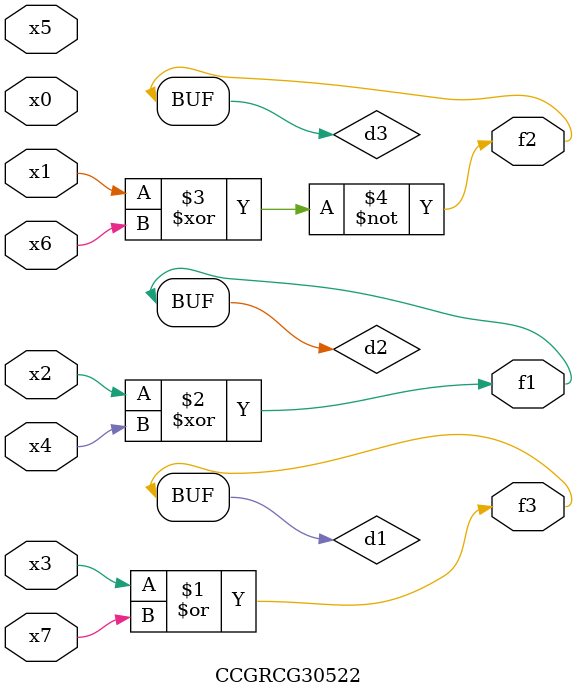
<source format=v>
module CCGRCG30522(
	input x0, x1, x2, x3, x4, x5, x6, x7,
	output f1, f2, f3
);

	wire d1, d2, d3;

	or (d1, x3, x7);
	xor (d2, x2, x4);
	xnor (d3, x1, x6);
	assign f1 = d2;
	assign f2 = d3;
	assign f3 = d1;
endmodule

</source>
